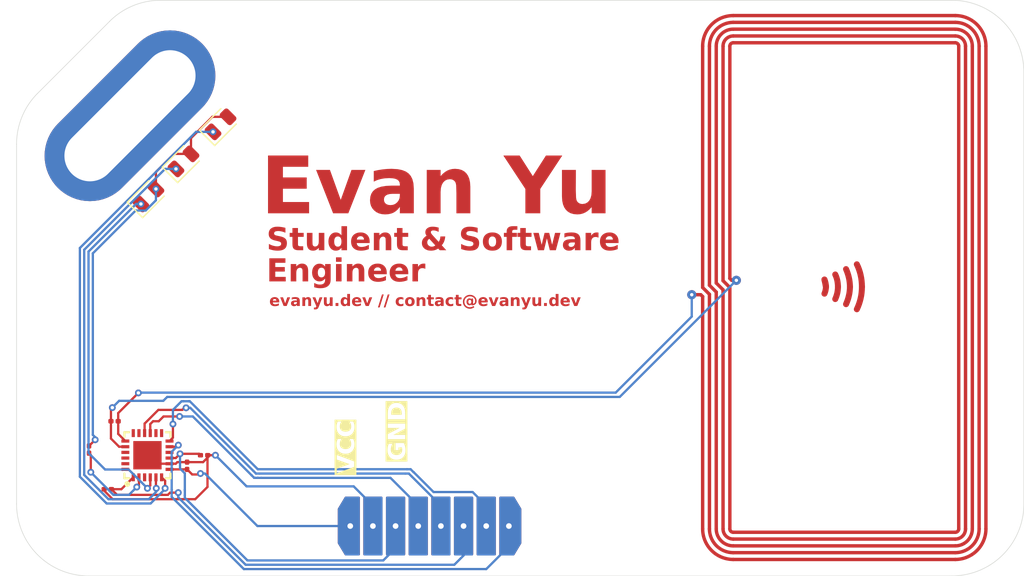
<source format=kicad_pcb>
(kicad_pcb (version 20241229) (generator "pcbnew") (generator_version "9.0")
  (layers (0 "F.Cu" signal) (2 "B.Cu" signal) (13 "F.Paste" user) (15 "B.Paste" user) (5 "F.SilkS" user "F.Silkscreen") (7 "B.SilkS" user "B.Silkscreen") (1 "F.Mask" user) (3 "B.Mask" user) (25 "Edge.Cuts" user))
  (net 0 "")
  (net 1 "GND")
  (net 2 "Net-(U2-LA)")
  (net 3 "Net-(U2-LB)")
  (net 4 "VCC")
  (net 5 "/RESET")
  (net 6 "/WAKE")
  (net 7 "/LEDC3")
  (net 13 "/SWDIO")
  (net 15 "/LEDC1")
  (net 18 "/LEDC2")
  (net 19 "/LEDR1")
  (net 20 "/SCL")
  (net 23 "/SDA")
  (net 24 "/SWCLK")
  (net 25 "Net-(D1-A)")
  (footprint "LED_SMD:LED_0805_2012Metric" (layer "F.Cu") (at 122.680679 84.06932 45)
    (property "Reference" "D2" (hide yes))
    (property "Value" "LED")
    (fp_line (start -1.684999 -0.96) (end -1.684999 0.96) (stroke (width 0.12)) (layer "F.SilkS"))
    (fp_line (start -1.684999 0.96) (end 1 0.96) (stroke (width 0.12)) (layer "F.SilkS"))
    (fp_line (start 1 -0.96) (end -1.684999 -0.96) (stroke (width 0.12)) (layer "F.SilkS"))
    (pad "1" smd roundrect (at -0.937501 0 45) (size 0.975 1.4) (layers "F.Cu" "F.Mask" "F.Paste") (net 18 "/LEDC2"))
    (pad "2" smd roundrect (at 0.937501 0 45) (size 0.975 1.4) (layers "F.Cu" "F.Mask" "F.Paste") (net 25 "Net-(D1-A)"))
  )
  (footprint "Capacitor_SMD:C_0201_0603Metric" (layer "F.Cu") (at 116.6 107)
    (property "Reference" "C1" (hide yes))
    (property "Value" "1.2pF" (hide yes))
    (pad "1" smd roundrect (at -0.32 0) (size 0.46 0.4) (layers "F.Cu" "F.Mask") (net 2 "Net-(U2-LA)"))
    (pad "2" smd roundrect (at 0.32 0) (size 0.46 0.4) (layers "F.Cu" "F.Mask") (net 3 "Net-(U2-LB)"))
  )
  (footprint "LED_SMD:LED_0805_2012Metric" (layer "F.Cu") (at 125.951048 80.798951 45)
    (property "Reference" "D3" (hide yes))
    (property "Value" "LED")
    (fp_line (start -1.684999 -0.96) (end -1.684999 0.96) (stroke (width 0.12)) (layer "F.SilkS"))
    (fp_line (start -1.684999 0.96) (end 1 0.96) (stroke (width 0.12)) (layer "F.SilkS"))
    (fp_line (start 1 -0.96) (end -1.684999 -0.96) (stroke (width 0.12)) (layer "F.SilkS"))
    (pad "1" smd roundrect (at -0.937501 0 45) (size 0.975 1.4) (layers "F.Cu" "F.Mask" "F.Paste") (net 7 "/LEDC3"))
    (pad "2" smd roundrect (at 0.937501 0 45) (size 0.975 1.4) (layers "F.Cu" "F.Mask" "F.Paste") (net 25 "Net-(D1-A)"))
  )
  (footprint "Capacitor_SMD:C_0201_0603Metric" (layer "F.Cu") (at 116 113 180)
    (property "Reference" "C4" (hide yes))
    (property "Value" "100nF")
    (pad "1" smd roundrect (at -0.32 0 180) (size 0.46 0.4) (layers "F.Cu" "F.Mask") (net 6 "/WAKE"))
    (pad "2" smd roundrect (at 0.32 0 180) (size 0.46 0.4) (layers "F.Cu" "F.Mask") (net 1 "GND"))
  )
  (footprint "Library:25X48MM_NFC_EXPOSED_ANTENNA" (layer "F.Cu") (at 181 95.2 90)
    (property "Reference" "L1" (hide yes))
    (property "Value" "~")
    (fp_line (start -0.635 -13.462) (end -0.635 -13.335) (stroke (width 0.3)) (layer "F.Cu"))
    (fp_line (start -0.635 -13.335) (end -0.635 -12.6649) (stroke (width 0.3)) (layer "F.Cu"))
    (fp_line (start -0.635 -12.6649) (end -0.8001 -12.5001) (stroke (width 0.3)) (layer "F.Cu"))
    (fp_line (start 0 -12.5001) (end 21.2999 -12.5001) (stroke (width 0.3)) (layer "F.Cu"))
    (fp_line (start -0.8001 -12.5001) (end -21.2999 -12.5001) (stroke (width 0.3)) (layer "F.Cu"))
    (fp_line (start 0.1999 -11.8999) (end 21.2999 -11.8999) (stroke (width 0.3)) (layer "F.Cu"))
    (fp_line (start -0.5999 -11.8999) (end 0 -12.5001) (stroke (width 0.3)) (layer "F.Cu"))
    (fp_line (start -21.2999 -11.8999) (end -0.5999 -11.8999) (stroke (width 0.3)) (layer "F.Cu"))
    (fp_line (start 0.4 -11.3) (end 21.2999 -11.3) (stroke (width 0.3)) (layer "F.Cu"))
    (fp_line (start -0.4 -11.3) (end 0.1999 -11.8999) (stroke (width 0.3)) (layer "F.Cu"))
    (fp_line (start -21.2999 -11.3) (end -0.4 -11.3) (stroke (width 0.3)) (layer "F.Cu"))
    (fp_line (start 0.5999 -10.7) (end 21.2999 -10.7) (stroke (width 0.3)) (layer "F.Cu"))
    (fp_line (start -0.1999 -10.7) (end 0.4 -11.3) (stroke (width 0.3)) (layer "F.Cu"))
    (fp_line (start -21.2999 -10.7) (end -0.1999 -10.7) (stroke (width 0.3)) (layer "F.Cu"))
    (fp_line (start 21.2999 -10.1001) (end 0.8001 -10.1001) (stroke (width 0.3)) (layer "F.Cu"))
    (fp_line (start 0.8001 -10.1001) (end 0.635 -9.935) (stroke (width 0.3)) (layer "F.Cu"))
    (fp_line (start 0 -10.1001) (end 0.5999 -10.7) (stroke (width 0.3)) (layer "F.Cu"))
    (fp_line (start -21.2999 -10.1001) (end 0 -10.1001) (stroke (width 0.3)) (layer "F.Cu"))
    (fp_line (start 0.635 -9.935) (end 0.635 -9.525) (stroke (width 0.3)) (layer "F.Cu"))
    (fp_line (start 24 -9.8001) (end 24 9.8001) (stroke (width 0.3)) (layer "F.Cu"))
    (fp_line (start 23.4 -9.8001) (end 23.4 9.8001) (stroke (width 0.3)) (layer "F.Cu"))
    (fp_line (start 22.8001 -9.8001) (end 22.8001 9.8001) (stroke (width 0.3)) (layer "F.Cu"))
    (fp_line (start 22.1999 -9.8001) (end 22.1999 9.8001) (stroke (width 0.3)) (layer "F.Cu"))
    (fp_line (start 21.5999 -9.8001) (end 21.5999 9.8001) (stroke (width 0.3)) (layer "F.Cu"))
    (fp_line (start -21.5999 -9.8001) (end -21.5999 9.8001) (stroke (width 0.3)) (layer "F.Cu"))
    (fp_line (start -22.1999 -9.8001) (end -22.1999 9.8001) (stroke (width 0.3)) (layer "F.Cu"))
    (fp_line (start -22.8001 -9.8001) (end -22.8001 9.8001) (stroke (width 0.3)) (layer "F.Cu"))
    (fp_line (start -23.4 -9.8001) (end -23.4 9.8001) (stroke (width 0.3)) (layer "F.Cu"))
    (fp_line (start -24 -9.8001) (end -24 9.8001) (stroke (width 0.3)) (layer "F.Cu"))
    (fp_line (start -21.2999 10.1001) (end 21.2999 10.1001) (stroke (width 0.3)) (layer "F.Cu"))
    (fp_line (start -21.2999 10.7) (end 21.2999 10.7) (stroke (width 0.3)) (layer "F.Cu"))
    (fp_line (start -21.2999 11.3) (end 21.2999 11.3) (stroke (width 0.3)) (layer "F.Cu"))
    (fp_line (start -21.2999 11.8999) (end 21.2999 11.8999) (stroke (width 0.3)) (layer "F.Cu"))
    (fp_line (start -21.2999 12.4998) (end 21.2999 12.4998) (stroke (width 0.3)) (layer "F.Cu"))
    (fp_arc (start 21.2999 -12.5001) (mid 23.209088 -11.709288) (end 24 -9.8001) (stroke (width 0.3)) (layer "F.Cu"))
    (fp_arc (start 21.2999 -11.8999) (mid 22.784789 -11.284901) (end 23.4 -9.8001) (stroke (width 0.3)) (layer "F.Cu"))
    (fp_arc (start 21.2999 -11.3) (mid 22.360683 -10.860796) (end 22.8001 -9.8001) (stroke (width 0.3)) (layer "F.Cu"))
    (fp_arc (start 21.2999 -10.7) (mid 21.936225 -10.436425) (end 22.1999 -9.8001) (stroke (width 0.3)) (layer "F.Cu"))
    (fp_arc (start 21.2999 -10.1001) (mid 21.512032 -10.012232) (end 21.5999 -9.8001) (stroke (width 0.3)) (layer "F.Cu"))
    (fp_arc (start -21.5999 -9.8001) (mid -21.512032 -10.012232) (end -21.2999 -10.1001) (stroke (width 0.3)) (layer "F.Cu"))
    (fp_arc (start -22.1999 -9.8001) (mid -21.936296 -10.436496) (end -21.2999 -10.7) (stroke (width 0.3)) (layer "F.Cu"))
    (fp_arc (start -22.8001 -9.8001) (mid -22.360683 -10.860796) (end -21.2999 -11.3) (stroke (width 0.3)) (layer "F.Cu"))
    (fp_arc (start -23.4 -9.8001) (mid -22.784789 -11.284901) (end -21.2999 -11.8999) (stroke (width 0.3)) (layer "F.Cu"))
    (fp_arc (start -24 -9.8001) (mid -23.209159 -11.709359) (end -21.2999 -12.5001) (stroke (width 0.3)) (layer "F.Cu"))
    (fp_arc (start 24 9.8001) (mid 23.209159 11.709359) (end 21.2999 12.5001) (stroke (width 0.3)) (layer "F.Cu"))
    (fp_arc (start 23.4 9.8001) (mid 22.784789 11.284901) (end 21.2999 11.8999) (stroke (width 0.3)) (layer "F.Cu"))
    (fp_arc (start 22.8001 9.8001) (mid 22.360683 10.860796) (end 21.2999 11.3) (stroke (width 0.3)) (layer "F.Cu"))
    (fp_arc (start 22.1999 9.8001) (mid 21.936296 10.436496) (end 21.2999 10.7) (stroke (width 0.3)) (layer "F.Cu"))
    (fp_arc (start 21.5999 9.8001) (mid 21.512032 10.012232) (end 21.2999 10.1001) (stroke (width 0.3)) (layer "F.Cu"))
    (fp_arc (start -21.2999 10.1001) (mid -21.512032 10.012232) (end -21.5999 9.8001) (stroke (width 0.3)) (layer "F.Cu"))
    (fp_arc (start -21.2999 10.7) (mid -21.936225 10.436425) (end -22.1999 9.8001) (stroke (width 0.3)) (layer "F.Cu"))
    (fp_arc (start -21.2999 11.3) (mid -22.360683 10.860796) (end -22.8001 9.8001) (stroke (width 0.3)) (layer "F.Cu"))
    (fp_arc (start -21.2999 11.8999) (mid -22.784789 11.284901) (end -23.4 9.8001) (stroke (width 0.3)) (layer "F.Cu"))
    (fp_arc (start -21.2999 12.5001) (mid -23.209088 11.709288) (end -24 9.8001) (stroke (width 0.3)) (layer "F.Cu"))
    (pad "1" thru_hole oval (at 0.635 -9.525 90) (size 0.808 0.808) (drill oval 0.3005 0.3002) (layers "*.Cu") (net 2 "Net-(U2-LA)"))
    (pad "2" thru_hole oval (at -0.635 -13.462 90) (size 0.808 0.808) (drill oval 0.3005 0.3002) (layers "*.Cu") (net 3 "Net-(U2-LB)"))
  )
  (footprint "Library:HoldingHole" (layer "F.Cu") (at 124.5 73.5 135)
    (property "Reference" "REF**" (hide yes))
    (property "Value" "HoldingHole")
    (pad "" np_thru_hole roundrect (at 0 -9.25 225) (size 18 8) (drill oval 14.5 4.5) (layers "*.Cu" "*.Mask") (roundrect_rratio 0.5))
  )
  (footprint "Capacitor_SMD:C_0201_0603Metric" (layer "F.Cu") (at 124.5 110)
    (property "Reference" "C3" (hide yes))
    (property "Value" "100nF")
    (pad "1" smd roundrect (at -0.32 0) (size 0.46 0.4) (layers "F.Cu" "F.Mask") (net 5 "/RESET"))
    (pad "2" smd roundrect (at 0.32 0) (size 0.46 0.4) (layers "F.Cu" "F.Mask") (net 1 "GND"))
  )
  (footprint "LED_SMD:LED_0805_2012Metric" (layer "F.Cu") (at 119.587087 87.162913 45)
    (property "Reference" "D1" (hide yes))
    (property "Value" "LED")
    (fp_line (start -1.684999 -0.96) (end -1.684999 0.96) (stroke (width 0.12)) (layer "F.SilkS"))
    (fp_line (start -1.684999 0.96) (end 1 0.96) (stroke (width 0.12)) (layer "F.SilkS"))
    (fp_line (start 1 -0.96) (end -1.684999 -0.96) (stroke (width 0.12)) (layer "F.SilkS"))
    (pad "1" smd roundrect (at -0.937501 0 45) (size 0.975 1.4) (layers "F.Cu" "F.Mask" "F.Paste") (net 15 "/LEDC1"))
    (pad "2" smd roundrect (at 0.937501 0 45) (size 0.975 1.4) (layers "F.Cu" "F.Mask" "F.Paste") (net 25 "Net-(D1-A)"))
  )
  (footprint "Library:Name_1" (layer "F.Cu") (at 129.5 89.5)
    (property "Reference" "REF**" (hide yes))
    (property "Value" "Name_1" (hide yes))
    (fp_text user "Evan Yu" (at 0 0 0) (layer "F.Cu") (effects (font (size 5 5) (thickness 1.25) (bold yes)) (justify left bottom)))
  )
  (footprint "Library:Wireless_icon" (layer "F.Cu") (at 181 95)
    (property "Reference" "REF**" (hide yes))
    (property "Value" "Wireless_icon" (hide yes))
    (fp_line (start -1.75 -0.5) (end -1.617708 0.134989) (stroke (width 0.529166)) (layer "F.Cu"))
    (fp_curve (pts (xy -1.75 0.743531) (xy -1.670625 0.558322) (xy -1.617708 0.346656) (xy -1.617708 0.134989)) (stroke (width 0.529166)) (layer "F.Cu"))
    (fp_curve (pts (xy -1.617708 0.134989) (xy -1.617708 -0.076677) (xy -1.670625 -0.314803) (xy -1.75 -0.5)) (stroke (width 0.529166)) (layer "F.Cu"))
    (fp_curve (pts (xy -0.797474 1.219728) (xy -0.638723 0.87577) (xy -0.559348 0.505353) (xy -0.559348 0.134936)) (stroke (width 0.529166)) (layer "F.Cu"))
    (fp_curve (pts (xy -0.559348 0.134936) (xy -0.559348 -0.23548) (xy -0.638723 -0.632342) (xy -0.797474 -0.949842)) (stroke (width 0.529166)) (layer "F.Cu"))
    (fp_curve (pts (xy 0.155 1.669573) (xy 0.366667 1.193322) (xy 0.498958 0.664156) (xy 0.498958 0.134989)) (stroke (width 0.529166)) (layer "F.Cu"))
    (fp_curve (pts (xy 0.498958 0.134989) (xy 0.498958 -0.394177) (xy 0.366667 -0.949792) (xy 0.155 -1.426042)) (stroke (width 0.529166)) (layer "F.Cu"))
    (fp_curve (pts (xy 1.1075 2.119337) (xy 1.398541 1.510795) (xy 1.557292 0.849337) (xy 1.557292 0.134963)) (stroke (width 0.529166)) (layer "F.Cu"))
    (fp_curve (pts (xy 1.557292 0.134963) (xy 1.557292 -0.579402) (xy 1.398541 -1.267318) (xy 1.1075 -1.849402)) (stroke (width 0.529166)) (layer "F.Cu"))
  )
  (footprint "Library:8-Pin-Pads" (layer "F.Cu") (at 144.3992 116)
    (property "Reference" "J1" (hide yes))
    (property "Value" "Conn_01x08_Pin")
    (pad "1" thru_hole custom (at -7 0.25) (size 1 1) (drill 0.5 (offset 0 -0.25)) (property pad_prop_testpoint) (layers "*.Cu" "*.Mask") (net 4 "VCC") (options (clearance outline) (anchor circle)) (primitives (gr_poly (pts (xy 0.75 -2.25) (xy -0.4 -2.25) (xy -1 -1.25) (xy -1 1.75) (xy -0.4 2.75) (xy 0.75 2.75)) (width 0.2) (fill yes))))
    (pad "2" thru_hole custom (at -5 0.25) (size 1 1) (drill 0.5 (offset 0 -0.25)) (property pad_prop_testpoint) (layers "*.Cu" "*.Mask") (net 1 "GND") (options (clearance outline) (anchor circle)) (primitives (gr_poly (pts (xy -0.75 -2.25) (xy -0.75 2.75) (xy 0.75 2.75) (xy 0.75 -2.25)) (width 0.2) (fill yes))))
    (pad "3" thru_hole custom (at -3 0.25) (size 1 1) (drill 0.5 (offset 0 -0.25)) (property pad_prop_testpoint) (layers "*.Cu" "*.Mask") (net 5 "/RESET") (options (clearance outline) (anchor circle)) (primitives (gr_poly (pts (xy -0.75 -2.25) (xy -0.75 2.75) (xy 0.75 2.75) (xy 0.75 -2.25)) (width 0.2) (fill yes))))
    (pad "4" thru_hole custom (at -1 0.25) (size 1 1) (drill 0.5 (offset 0 -0.25)) (property pad_prop_testpoint) (layers "*.Cu" "*.Mask") (net 24 "/SWCLK") (options (clearance outline) (anchor circle)) (primitives (gr_poly (pts (xy -0.75 -2.25) (xy -0.75 2.75) (xy 0.75 2.75) (xy 0.75 -2.25)) (width 0.2) (fill yes))))
    (pad "5" thru_hole custom (at 1 0.25) (size 1 1) (drill 0.5 (offset 0 -0.25)) (property pad_prop_testpoint) (layers "*.Cu" "*.Mask") (net 13 "/SWDIO") (options (clearance outline) (anchor circle)) (primitives (gr_poly (pts (xy -0.75 -2.25) (xy -0.75 2.75) (xy 0.75 2.75) (xy 0.75 -2.25)) (width 0.2) (fill yes))))
    (pad "6" thru_hole custom (at 3 0.25) (size 1 1) (drill 0.5 (offset 0 -0.25)) (property pad_prop_testpoint) (layers "*.Cu" "*.Mask") (net 6 "/WAKE") (options (clearance outline) (anchor circle)) (primitives (gr_poly (pts (xy -0.75 -2.25) (xy -0.75 2.75) (xy 0.75 2.75) (xy 0.75 -2.25)) (width 0.2) (fill yes))))
    (pad "7" thru_hole custom (at 5 0.25) (size 1 1) (drill 0.5 (offset 0 -0.25)) (property pad_prop_testpoint) (layers "*.Cu" "*.Mask") (net 23 "/SDA") (options (clearance outline) (anchor circle)) (primitives (gr_poly (pts (xy -0.75 -2.25) (xy -0.75 2.75) (xy 0.75 2.75) (xy 0.75 -2.25)) (width 0.2) (fill yes))))
    (pad "8" thru_hole custom (at 7 0.25 180) (size 1 1) (drill 0.5 (offset 0 -0.25)) (property pad_prop_testpoint) (layers "*.Cu" "*.Mask") (net 20 "/SCL") (options (clearance outline) (anchor circle)) (primitives (gr_poly (pts (xy 0.75 -2.25) (xy -0.4 -2.25) (xy -1 -1.25) (xy -1 1.75) (xy -0.4 2.75) (xy 0.75 2.75)) (width 0.2) (fill yes))))
  )
  (footprint "Capacitor_SMD:C_0201_0603Metric" (layer "F.Cu") (at 123 110.93 90)
    (property "Reference" "C2" (hide yes))
    (property "Value" "100nF")
    (pad "1" smd roundrect (at -0.32 0 90) (size 0.46 0.4) (layers "F.Cu" "F.Mask") (net 4 "VCC"))
    (pad "2" smd roundrect (at 0.32 0 90) (size 0.46 0.4) (layers "F.Cu" "F.Mask") (net 1 "GND"))
  )
  (footprint "Library:Position" (layer "F.Cu") (at 130 96.5)
    (property "Reference" "REF**" (hide yes))
    (property "Value" "Position" (hide yes))
    (fp_text user "Student & Software" (at 0 -4.25 0) (layer "F.Cu") (effects (font (size 2 2) (thickness 0.25) (bold yes)) (justify left bottom)))
    (fp_text user "Engineer" (at 0 -1.5 0) (layer "F.Cu") (effects (font (size 2 2) (thickness 0.25) (bold yes)) (justify left bottom)))
  )
  (footprint "Resistor_SMD:R_0201_0603Metric" (layer "F.Cu") (at 114.345 109.5 90)
    (property "Reference" "R1" (hide yes))
    (property "Value" "R")
    (pad "1" smd roundrect (at -0.32 0 90) (size 0.46 0.4) (layers "F.Cu" "F.Mask") (net 19 "/LEDR1"))
    (pad "2" smd roundrect (at 0.32 0 90) (size 0.46 0.4) (layers "F.Cu" "F.Mask") (net 25 "Net-(D1-A)"))
  )
  (footprint "Library:Contact" (layer "F.Cu") (at 130.25 97)
    (property "Reference" "REF**" (hide yes))
    (property "Value" "Contact")
    (fp_text user "evanyu.dev // contact@evanyu.dev" (at 0 0 0) (layer "F.Cu") (effects (font (thickness 0.1875) (bold yes)) (justify left bottom)))
  )
  (footprint "Library:NXP LPC8N04FHI24E" (layer "F.Cu") (at 119.5 110)
    (property "Reference" "U2" (hide yes))
    (property "Value" "~" (hide yes))
    (fp_line (start -2.032 -2.032) (end -1.621 -2.032) (stroke (width 0.2)) (layer "F.SilkS"))
    (fp_line (start -2.032 -1.621) (end -2.032 -2.032) (stroke (width 0.2)) (layer "F.SilkS"))
    (fp_line (start -2.032 2.032) (end -2.032 1.621) (stroke (width 0.2)) (layer "F.SilkS"))
    (fp_line (start -1.621 2.032) (end -2.032 2.032) (stroke (width 0.2)) (layer "F.SilkS"))
    (fp_line (start 1.621 -2.032) (end 2.032 -2.032) (stroke (width 0.2)) (layer "F.SilkS"))
    (fp_line (start 2.032 -2.032) (end 2.032 -1.621) (stroke (width 0.2)) (layer "F.SilkS"))
    (fp_line (start 2.032 1.621) (end 2.032 2.032) (stroke (width 0.2)) (layer "F.SilkS"))
    (fp_line (start 2.032 2.032) (end 1.621 2.032) (stroke (width 0.2)) (layer "F.SilkS"))
    (fp_circle (center -1.778 2.54) (end -1.651 2.54) (stroke (width 0.254)) (fill no) (layer "F.SilkS"))
    (pad "1" smd rect (at -1.25 1.95 180) (size 0.28 0.7) (layers "F.Cu" "F.Mask" "F.Paste") (net 6 "/WAKE"))
    (pad "2" smd rect (at -0.75 1.95 180) (size 0.28 0.7) (layers "F.Cu" "F.Mask" "F.Paste") (net 19 "/LEDR1"))
    (pad "3" smd rect (at -0.25 1.95 180) (size 0.28 0.7) (layers "F.Cu" "F.Mask" "F.Paste"))
    (pad "4" smd rect (at 0.25 1.95 180) (size 0.28 0.7) (layers "F.Cu" "F.Mask" "F.Paste") (net 15 "/LEDC1"))
    (pad "5" smd rect (at 0.75 1.95 180) (size 0.28 0.7) (layers "F.Cu" "F.Mask" "F.Paste") (net 18 "/LEDC2"))
    (pad "6" smd rect (at 1.25 1.95 180) (size 0.28 0.7) (layers "F.Cu" "F.Mask" "F.Paste") (net 7 "/LEDC3"))
    (pad "7" smd rect (at 1.95 1.25 270) (size 0.28 0.7) (layers "F.Cu" "F.Mask" "F.Paste") (net 4 "VCC"))
    (pad "8" smd rect (at 1.95 0.75 270) (size 0.28 0.7) (layers "F.Cu" "F.Mask" "F.Paste") (net 1 "GND"))
    (pad "9" smd rect (at 1.95 0.25 270) (size 0.28 0.7) (layers "F.Cu" "F.Mask" "F.Paste") (net 5 "/RESET"))
    (pad "10" smd rect (at 1.95 -0.25 270) (size 0.28 0.7) (layers "F.Cu" "F.Mask" "F.Paste"))
    (pad "11" smd rect (at 1.95 -0.75 270) (size 0.28 0.7) (layers "F.Cu" "F.Mask" "F.Paste") (net 20 "/SCL"))
    (pad "12" smd rect (at 1.95 -1.25 270) (size 0.28 0.7) (layers "F.Cu" "F.Mask" "F.Paste") (net 23 "/SDA"))
    (pad "13" smd rect (at 1.25 -1.95) (size 0.28 0.7) (layers "F.Cu" "F.Mask" "F.Paste"))
    (pad "14" smd rect (at 0.75 -1.95) (size 0.28 0.7) (layers "F.Cu" "F.Mask" "F.Paste"))
    (pad "15" smd rect (at 0.25 -1.95) (size 0.28 0.7) (layers "F.Cu" "F.Mask" "F.Paste") (net 24 "/SWCLK"))
    (pad "16" smd rect (at -0.25 -1.95) (size 0.28 0.7) (layers "F.Cu" "F.Mask" "F.Paste") (net 13 "/SWDIO"))
    (pad "17" smd rect (at -0.75 -1.95) (size 0.28 0.7) (layers "F.Cu" "F.Mask" "F.Paste"))
    (pad "18" smd rect (at -1.25 -1.95) (size 0.28 0.7) (layers "F.Cu" "F.Mask" "F.Paste"))
    (pad "19" smd rect (at -1.95 -1.25 90) (size 0.28 0.7) (layers "F.Cu" "F.Mask" "F.Paste") (net 3 "Net-(U2-LB)"))
    (pad "20" smd rect (at -1.95 -0.75 90) (size 0.28 0.7) (layers "F.Cu" "F.Mask" "F.Paste") (net 2 "Net-(U2-LA)"))
    (pad "21" smd rect (at -1.95 -0.25 90) (size 0.28 0.7) (layers "F.Cu" "F.Mask" "F.Paste"))
    (pad "22" smd rect (at -1.95 0.25 90) (size 0.28 0.7) (layers "F.Cu" "F.Mask" "F.Paste"))
    (pad "23" smd rect (at -1.95 0.75 90) (size 0.28 0.7) (layers "F.Cu" "F.Mask" "F.Paste"))
    (pad "24" smd rect (at -1.95 1.25 90) (size 0.28 0.7) (layers "F.Cu" "F.Mask" "F.Paste"))
    (pad "25" smd rect (at 0 0 90) (size 2.5 2.5) (layers "F.Cu" "F.Mask" "F.Paste") (net 1 "GND"))
  )
  (gr_arc (start 114.3 120.65) (mid 109.809872 118.790128) (end 107.95 114.3) (stroke (width 0.05)) (layer "Edge.Cuts"))
  (gr_line (start 114.3 120.65) (end 190.5 120.65) (stroke (width 0.05)) (layer "Edge.Cuts"))
  (gr_arc (start 196.85 114.3) (mid 194.990128 118.790128) (end 190.5 120.65) (stroke (width 0.05)) (layer "Edge.Cuts"))
  (gr_line (start 120.65 69.85) (end 190.5 69.85) (stroke (width 0.05)) (layer "Edge.Cuts"))
  (gr_line (start 196.85 114.3) (end 196.85 76.2) (stroke (width 0.05)) (layer "Edge.Cuts"))
  (gr_line (start 109.809872 78.059872) (end 116.159872 71.709872) (stroke (width 0.05)) (layer "Edge.Cuts"))
  (gr_arc (start 116.159872 71.709872) (mid 118.21996 70.333365) (end 120.65 69.85) (stroke (width 0.05)) (layer "Edge.Cuts"))
  (gr_arc (start 107.95 82.55) (mid 108.433365 80.11996) (end 109.809872 78.059872) (stroke (width 0.05)) (layer "Edge.Cuts"))
  (gr_line (start 107.95 82.55) (end 107.95 114.3) (stroke (width 0.05)) (layer "Edge.Cuts"))
  (gr_arc (start 190.5 69.85) (mid 194.990128 71.709872) (end 196.85 76.2) (stroke (width 0.05)) (layer "Edge.Cuts"))
  (gr_text "GND" (at 142.5 110.5 90) (layer "F.SilkS" knockout) (effects (font (size 1.5 1.5) (thickness 0.3) (bold yes)) (justify left bottom)))
  (gr_text "VCC" (at 138 111.6 90) (layer "F.SilkS" knockout) (effects (font (size 1.5 1.5) (thickness 0.3) (bold yes)) (justify left bottom)))
  (segment (start 124.82 110) (end 124.8 110.02) (width 0.2) (layer "F.Cu") (net 1))
  (segment (start 115.68 113.131586) (end 115.68 113) (width 0.2) (layer "F.Cu") (net 1))
  (segment (start 124.8 112.8) (end 123.718 113.882) (width 0.2) (layer "F.Cu") (net 1))
  (segment (start 123.718 113.882) (end 116.430414 113.882) (width 0.2) (layer "F.Cu") (net 1))
  (segment (start 124.8 110.02) (end 124.8 112.8) (width 0.2) (layer "F.Cu") (net 1))
  (segment (start 124.409999 110.61) (end 124.82 110.199999) (width 0.2) (layer "F.Cu") (net 1))
  (segment (start 125.5 110) (end 124.82 110) (width 0.2) (layer "F.Cu") (net 1))
  (segment (start 123 110.61) (end 124.409999 110.61) (width 0.2) (layer "F.Cu") (net 1))
  (segment (start 121.45 110.75) (end 122 110.75) (width 0.2) (layer "F.Cu") (net 1))
  (segment (start 124.82 110.199999) (end 124.82 110) (width 0.2) (layer "F.Cu") (net 1))
  (segment (start 122.14 110.61) (end 123 110.61) (width 0.2) (layer "F.Cu") (net 1))
  (segment (start 120.25 110.75) (end 121.45 110.75) (width 0.2) (layer "F.Cu") (net 1))
  (segment (start 122 110.75) (end 122.14 110.61) (width 0.2) (layer "F.Cu") (net 1))
  (segment (start 116.430414 113.882) (end 115.68 113.131586) (width 0.2) (layer "F.Cu") (net 1))
  (segment (start 119.5 110) (end 120.25 110.75) (width 0.2) (layer "F.Cu") (net 1))
  (via (at 125.5 110) (size 0.6) (drill 0.3) (layers "F.Cu" "B.Cu") (net 1))
  (segment (start 139.3992 116.25) (end 139.3992 114.448956) (width 0.2) (layer "B.Cu") (net 1))
  (segment (start 137.700244 112.75) (end 128.25 112.75) (width 0.2) (layer "B.Cu") (net 1))
  (segment (start 128.25 112.75) (end 125.5 110) (width 0.2) (layer "B.Cu") (net 1))
  (segment (start 139.3992 114.448956) (end 137.700244 112.75) (width 0.2) (layer "B.Cu") (net 1))
  (segment (start 116.4 105.8) (end 116.28 105.92) (width 0.2) (layer "F.Cu") (net 2))
  (segment (start 116.28 105.92) (end 116.28 107) (width 0.2) (layer "F.Cu") (net 2))
  (segment (start 117.55 109.25) (end 116.998 109.25) (width 0.2) (layer "F.Cu") (net 2))
  (segment (start 116.998 109.25) (end 116.28 108.532) (width 0.2) (layer "F.Cu") (net 2))
  (segment (start 116.28 108.532) (end 116.28 107) (width 0.2) (layer "F.Cu") (net 2))
  (via (at 116.4 105.8) (size 0.6) (drill 0.3) (layers "F.Cu" "B.Cu") (net 2))
  (segment (start 161.183 104.857) (end 171.475 94.565) (width 0.2) (layer "B.Cu") (net 2))
  (segment (start 120.9 105.2) (end 121.243 104.857) (width 0.2) (layer "B.Cu") (net 2))
  (segment (start 117 105.2) (end 120.9 105.2) (width 0.2) (layer "B.Cu") (net 2))
  (segment (start 121.243 104.857) (end 161.183 104.857) (width 0.2) (layer "B.Cu") (net 2))
  (segment (start 116.4 105.8) (end 117 105.2) (width 0.2) (layer "B.Cu") (net 2))
  (segment (start 118.7 104.5) (end 116.92 106.28) (width 0.2) (layer "F.Cu") (net 3))
  (segment (start 117.55 108.75) (end 116.92 108.12) (width 0.2) (layer "F.Cu") (net 3))
  (segment (start 116.92 108.12) (end 116.92 107) (width 0.2) (layer "F.Cu") (net 3))
  (segment (start 116.92 106.28) (end 116.92 107) (width 0.2) (layer "F.Cu") (net 3))
  (via (at 118.7 104.5) (size 0.6) (drill 0.3) (layers "F.Cu" "B.Cu") (net 3))
  (segment (start 118.724 104.476) (end 160.824 104.476) (width 0.2) (layer "B.Cu") (net 3))
  (segment (start 167.538 97.762) (end 167.538 95.835) (width 0.2) (layer "B.Cu") (net 3))
  (segment (start 118.7 104.5) (end 118.724 104.476) (width 0.2) (layer "B.Cu") (net 3))
  (segment (start 160.824 104.476) (end 167.538 97.762) (width 0.2) (layer "B.Cu") (net 3))
  (segment (start 123.45 111.7) (end 123 111.25) (width 0.2) (layer "F.Cu") (net 4))
  (segment (start 121.45 111.25) (end 123 111.25) (width 0.2) (layer "F.Cu") (net 4))
  (segment (start 124.092056 111.7) (end 123.45 111.7) (width 0.2) (layer "F.Cu") (net 4))
  (segment (start 124.178149 111.613907) (end 124.092056 111.7) (width 0.2) (layer "F.Cu") (net 4))
  (via (at 124.178149 111.613907) (size 0.6) (drill 0.3) (layers "F.Cu" "B.Cu") (net 4))
  (segment (start 129.205752 116.25) (end 137.3992 116.25) (width 0.2) (layer "B.Cu") (net 4))
  (segment (start 124.569659 111.613907) (end 129.205752 116.25) (width 0.2) (layer "B.Cu") (net 4))
  (segment (start 124.178149 111.613907) (end 124.569659 111.613907) (width 0.2) (layer "B.Cu") (net 4))
  (segment (start 122.376 109.876) (end 124.056 109.876) (width 0.2) (layer "F.Cu") (net 5))
  (segment (start 122.002 110.25) (end 122.376 109.876) (width 0.2) (layer "F.Cu") (net 5))
  (segment (start 124.056 109.876) (end 124.18 110) (width 0.2) (layer "F.Cu") (net 5))
  (segment (start 121.45 110.25) (end 122.002 110.25) (width 0.2) (layer "F.Cu") (net 5))
  (via (at 122.376 109.876) (size 0.6) (drill 0.3) (layers "F.Cu" "B.Cu") (net 5))
  (segment (start 122.376 109.876) (end 122.376 111.176) (width 0.2) (layer "B.Cu") (net 5))
  (segment (start 122.8 113.544665) (end 122.8 113.761184) (width 0.2) (layer "B.Cu") (net 5))
  (segment (start 128.325816 119.287) (end 140.313 119.287) (width 0.2) (layer "B.Cu") (net 5))
  (segment (start 122.8 111.6) (end 122.8 113.059335) (width 0.2) (layer "B.Cu") (net 5))
  (segment (start 122.802006 113.542659) (end 122.8 113.544665) (width 0.2) (layer "B.Cu") (net 5))
  (segment (start 122.376 111.176) (end 122.8 111.6) (width 0.2) (layer "B.Cu") (net 5))
  (segment (start 140.313 119.287) (end 141.3992 118.2008) (width 0.2) (layer "B.Cu") (net 5))
  (segment (start 141.3992 118.2008) (end 141.3992 116.25) (width 0.2) (layer "B.Cu") (net 5))
  (segment (start 122.8 113.059335) (end 122.802006 113.061341) (width 0.2) (layer "B.Cu") (net 5))
  (segment (start 122.802006 113.061341) (end 122.802006 113.542659) (width 0.2) (layer "B.Cu") (net 5))
  (segment (start 122.8 113.761184) (end 128.325816 119.287) (width 0.2) (layer "B.Cu") (net 5))
  (segment (start 121.499665 113.302) (end 121.300665 113.501) (width 0.2) (layer "F.Cu") (net 6))
  (segment (start 121.300665 113.501) (end 120.819347 113.501) (width 0.2) (layer "F.Cu") (net 6))
  (segment (start 117.2 113) (end 118.25 111.95) (width 0.2) (layer "F.Cu") (net 6))
  (segment (start 116.82 113.5) (end 116.32 113) (width 0.2) (layer "F.Cu") (net 6))
  (segment (start 120.819347 113.501) (end 120.818347 113.5) (width 0.2) (layer "F.Cu") (net 6))
  (segment (start 122.221006 113.302) (end 121.499665 113.302) (width 0.2) (layer "F.Cu") (net 6))
  (segment (start 120.818347 113.5) (end 116.82 113.5) (width 0.2) (layer "F.Cu") (net 6))
  (segment (start 116.32 113) (end 117.2 113) (width 0.2) (layer "F.Cu") (net 6))
  (via (at 122.221006 113.302) (size 0.6) (drill 0.3) (layers "F.Cu" "B.Cu") (net 6))
  (segment (start 147.3992 118.8508) (end 147.3992 116.25) (width 0.2) (layer "B.Cu") (net 6))
  (segment (start 128.168 119.668) (end 146.582 119.668) (width 0.2) (layer "B.Cu") (net 6))
  (segment (start 122.221006 113.302) (end 122.221006 113.721006) (width 0.2) (layer "B.Cu") (net 6))
  (segment (start 146.582 119.668) (end 147.3992 118.8508) (width 0.2) (layer "B.Cu") (net 6))
  (segment (start 122.221006 113.721006) (end 128.168 119.668) (width 0.2) (layer "B.Cu") (net 6))
  (segment (start 120.75 111.95) (end 121.060006 112.260006) (width 0.2) (layer "F.Cu") (net 7))
  (segment (start 121.060006 112.260006) (end 121.060006 112.92) (width 0.2) (layer "F.Cu") (net 7))
  (via (at 121.060006 112.92) (size 0.6) (drill 0.3) (layers "F.Cu" "B.Cu") (net 7))
  (via (at 125.288135 81.461864) (size 0.6) (drill 0.3) (layers "F.Cu" "B.Cu") (net 7))
  (segment (start 121.060006 112.978809) (end 119.776815 114.262) (width 0.2) (layer "B.Cu") (net 7))
  (segment (start 123.788135 81.461864) (end 125.288135 81.461864) (width 0.2) (layer "B.Cu") (net 7))
  (segment (start 113.538 91.711999) (end 123.788135 81.461864) (width 0.2) (layer "B.Cu") (net 7))
  (segment (start 119.776815 114.262) (end 115.901525 114.262) (width 0.2) (layer "B.Cu") (net 7))
  (segment (start 113.538 111.898474) (end 113.538 91.711999) (width 0.2) (layer "B.Cu") (net 7))
  (segment (start 121.060006 112.92) (end 121.060006 112.978809) (width 0.2) (layer "B.Cu") (net 7))
  (segment (start 115.901525 114.262) (end 113.538 111.898474) (width 0.2) (layer "B.Cu") (net 7))
  (segment (start 120.461185 106) (end 119.25 107.211185) (width 0.2) (layer "F.Cu") (net 13))
  (segment (start 122.752245 105.818) (end 122.570245 106) (width 0.2) (layer "F.Cu") (net 13))
  (segment (start 122.910122 105.818) (end 122.752245 105.818) (width 0.2) (layer "F.Cu") (net 13))
  (segment (start 119.25 107.211185) (end 119.25 108.05) (width 0.2) (layer "F.Cu") (net 13))
  (segment (start 122.570245 106) (end 120.461185 106) (width 0.2) (layer "F.Cu") (net 13))
  (via (at 122.910122 105.818) (size 0.6) (drill 0.3) (layers "F.Cu" "B.Cu") (net 13))
  (segment (start 122.910122 105.818) (end 123.279184 105.818) (width 0.2) (layer "B.Cu") (net 13))
  (segment (start 142.253613 111.619) (end 142.569243 111.619) (width 0.2) (layer "B.Cu") (net 13))
  (segment (start 129.395816 111.619) (end 142.253613 111.619) (width 0.2) (layer "B.Cu") (net 13))
  (segment (start 129.080184 111.619) (end 129.080185 111.619) (width 0.2) (layer "B.Cu") (net 13))
  (segment (start 145.3992 114.448956) (end 145.3992 116.25) (width 0.2) (layer "B.Cu") (net 13))
  (segment (start 123.279184 105.818) (end 128.857 111.395815) (width 0.2) (layer "B.Cu") (net 13))
  (segment (start 142.569243 111.619) (end 142.831244 111.881) (width 0.2) (layer "B.Cu") (net 13))
  (segment (start 142.831244 111.881) (end 145.3992 114.448956) (width 0.2) (layer "B.Cu") (net 13))
  (segment (start 129.080185 111.619) (end 129.395816 111.619) (width 0.2) (layer "B.Cu") (net 13))
  (segment (start 128.857 111.395815) (end 129.080184 111.619) (width 0.2) (layer "B.Cu") (net 13))
  (segment (start 119.75 111.95) (end 119.75 112.67) (width 0.2) (layer "F.Cu") (net 15))
  (segment (start 119.75 112.67) (end 119.5 112.92) (width 0.2) (layer "F.Cu") (net 15))
  (via (at 118.924174 87.825826) (size 0.6) (drill 0.3) (layers "F.Cu" "B.Cu") (net 15))
  (via (at 119.5 112.92) (size 0.6) (drill 0.3) (layers "F.Cu" "B.Cu") (net 15))
  (segment (start 114.3 109.8) (end 114.3 92.027631) (width 0.2) (layer "B.Cu") (net 15))
  (segment (start 114.3 92.027631) (end 118.501805 87.825826) (width 0.2) (layer "B.Cu") (net 15))
  (segment (start 118.501805 87.825826) (end 118.924174 87.825826) (width 0.2) (layer "B.Cu") (net 15))
  (segment (start 115.759341 111.259341) (end 114.3 109.8) (width 0.2) (layer "B.Cu") (net 15))
  (segment (start 117.839341 111.259341) (end 115.759341 111.259341) (width 0.2) (layer "B.Cu") (net 15))
  (segment (start 119.5 112.92) (end 117.839341 111.259341) (width 0.2) (layer "B.Cu") (net 15))
  (segment (start 120.25 111.95) (end 120.25 112.889997) (width 0.2) (layer "F.Cu") (net 18))
  (segment (start 120.25 112.889997) (end 120.280003 112.92) (width 0.2) (layer "F.Cu") (net 18))
  (via (at 122.017766 84.732233) (size 0.6) (drill 0.3) (layers "F.Cu" "B.Cu") (net 18))
  (via (at 120.280003 112.92) (size 0.6) (drill 0.3) (layers "F.Cu" "B.Cu") (net 18))
  (segment (start 120.280003 112.92) (end 120.280003 113.219997) (width 0.2) (layer "B.Cu") (net 18))
  (segment (start 121.056582 84.732233) (end 122.017766 84.732233) (width 0.2) (layer "B.Cu") (net 18))
  (segment (start 116.059341 113.881) (end 113.919 111.740659) (width 0.2) (layer "B.Cu") (net 18))
  (segment (start 120.280003 113.219997) (end 119.619 113.881) (width 0.2) (layer "B.Cu") (net 18))
  (segment (start 113.919 91.869815) (end 121.056582 84.732233) (width 0.2) (layer "B.Cu") (net 18))
  (segment (start 119.619 113.881) (end 116.059341 113.881) (width 0.2) (layer "B.Cu") (net 18))
  (segment (start 113.919 111.740659) (end 113.919 91.869815) (width 0.2) (layer "B.Cu") (net 18))
  (segment (start 118.558746 112.808746) (end 118.75 112.617492) (width 0.2) (layer "F.Cu") (net 19))
  (segment (start 114.5 109.975) (end 114.345 109.82) (width 0.2) (layer "F.Cu") (net 19))
  (segment (start 118.75 112.617492) (end 118.75 111.95) (width 0.2) (layer "F.Cu") (net 19))
  (segment (start 114.5 111.5) (end 114.5 109.975) (width 0.2) (layer "F.Cu") (net 19))
  (via (at 114.5 111.5) (size 0.6) (drill 0.3) (layers "F.Cu" "B.Cu") (net 19))
  (via (at 118.558746 112.808746) (size 0.6) (drill 0.3) (layers "F.Cu" "B.Cu") (net 19))
  (segment (start 116.5 113.5) (end 114.5 111.5) (width 0.2) (layer "B.Cu") (net 19))
  (segment (start 117.867492 113.5) (end 116.5 113.5) (width 0.2) (layer "B.Cu") (net 19))
  (segment (start 118.558746 112.808746) (end 117.867492 113.5) (width 0.2) (layer "B.Cu") (net 19))
  (segment (start 122.226365 109.110486) (end 122.086851 109.25) (width 0.2) (layer "F.Cu") (net 20))
  (segment (start 122.086851 109.25) (end 121.45 109.25) (width 0.2) (layer "F.Cu") (net 20))
  (via (at 122.226365 109.110486) (size 0.6) (drill 0.3) (layers "F.Cu" "B.Cu") (net 20))
  (segment (start 151.3992 118.051044) (end 151.3992 116.25) (width 0.2) (layer "B.Cu") (net 20))
  (segment (start 121.840006 113.878821) (end 121.840006 113.878822) (width 0.2) (layer "B.Cu") (net 20))
  (segment (start 121.641006 109.695845) (end 121.641006 113.060341) (width 0.2) (layer "B.Cu") (net 20))
  (segment (start 121.641006 113.060341) (end 121.640006 113.061341) (width 0.2) (layer "B.Cu") (net 20))
  (segment (start 121.640006 113.061341) (end 121.640006 113.678821) (width 0.2) (layer "B.Cu") (net 20))
  (segment (start 121.840006 113.878822) (end 127.787 119.825815) (width 0.2) (layer "B.Cu") (net 20))
  (segment (start 149.401244 120.049) (end 151.3992 118.051044) (width 0.2) (layer "B.Cu") (net 20))
  (segment (start 122.226365 109.110486) (end 121.641006 109.695845) (width 0.2) (layer "B.Cu") (net 20))
  (segment (start 127.787 119.825815) (end 128.010184 120.049) (width 0.2) (layer "B.Cu") (net 20))
  (segment (start 121.640006 113.678821) (end 121.840006 113.878821) (width 0.2) (layer "B.Cu") (net 20))
  (segment (start 128.010184 120.049) (end 149.401244 120.049) (width 0.2) (layer "B.Cu") (net 20))
  (segment (start 121.75 107.25) (end 121.75 108.45) (width 0.2) (layer "F.Cu") (net 23))
  (segment (start 121.75 108.45) (end 121.45 108.75) (width 0.2) (layer "F.Cu") (net 23))
  (via (at 121.75 107.25) (size 0.6) (drill 0.3) (layers "F.Cu" "B.Cu") (net 23))
  (segment (start 148.200244 113.25) (end 149.3992 114.448956) (width 0.2) (layer "B.Cu") (net 23))
  (segment (start 123.150781 105.237) (end 123.151781 105.238) (width 0.2) (layer "B.Cu") (net 23))
  (segment (start 123.151781 105.238) (end 123.238 105.238) (width 0.2) (layer "B.Cu") (net 23))
  (segment (start 121.75 106) (end 122.512 105.238) (width 0.2) (layer "B.Cu") (net 23))
  (segment (start 142.72706 111.238) (end 142.98906 111.5) (width 0.2) (layer "B.Cu") (net 23))
  (segment (start 122.512 105.238) (end 122.668463 105.238) (width 0.2) (layer "B.Cu") (net 23))
  (segment (start 123.238 105.238) (end 129.238 111.238) (width 0.2) (layer "B.Cu") (net 23))
  (segment (start 144.75 113.25) (end 148.200244 113.25) (width 0.2) (layer "B.Cu") (net 23))
  (segment (start 122.669463 105.237) (end 123.150781 105.237) (width 0.2) (layer "B.Cu") (net 23))
  (segment (start 121.75 107.25) (end 121.75 106) (width 0.2) (layer "B.Cu") (net 23))
  (segment (start 149.3992 114.448956) (end 149.3992 116.25) (width 0.2) (layer "B.Cu") (net 23))
  (segment (start 142.98906 111.5) (end 143 111.5) (width 0.2) (layer "B.Cu") (net 23))
  (segment (start 122.668463 105.238) (end 122.669463 105.237) (width 0.2) (layer "B.Cu") (net 23))
  (segment (start 129.238 111.238) (end 142.411428 111.238) (width 0.2) (layer "B.Cu") (net 23))
  (segment (start 143 111.5) (end 144.75 113.25) (width 0.2) (layer "B.Cu") (net 23))
  (segment (start 142.411428 111.238) (end 142.72706 111.238) (width 0.2) (layer "B.Cu") (net 23))
  (segment (start 120.92 106.58) (end 122.338319 106.58) (width 0.2) (layer "F.Cu") (net 24))
  (segment (start 120.5 107) (end 120.92 106.58) (width 0.2) (layer "F.Cu") (net 24))
  (segment (start 119.75 107.25) (end 120 107) (width 0.2) (layer "F.Cu") (net 24))
  (segment (start 119.75 108.05) (end 119.75 107.25) (width 0.2) (layer "F.Cu") (net 24))
  (segment (start 120 107) (end 120.5 107) (width 0.2) (layer "F.Cu") (net 24))
  (via (at 122.338319 106.58) (size 0.6) (drill 0.3) (layers "F.Cu" "B.Cu") (net 24))
  (segment (start 129.237999 112) (end 129.238001 112) (width 0.2) (layer "B.Cu") (net 24))
  (segment (start 123.502368 106.58) (end 128.699183 111.776813) (width 0.2) (layer "B.Cu") (net 24))
  (segment (start 128.699183 111.776816) (end 128.922368 111.999999) (width 0.2) (layer "B.Cu") (net 24))
  (segment (start 122.338319 106.58) (end 123.502368 106.58) (width 0.2) (layer "B.Cu") (net 24))
  (segment (start 143.3992 114.448956) (end 143.3992 116.25) (width 0.2) (layer "B.Cu") (net 24))
  (segment (start 140.950244 112) (end 143.3992 114.448956) (width 0.2) (layer "B.Cu") (net 24))
  (segment (start 129.238001 112) (end 129.553631 112) (width 0.2) (layer "B.Cu") (net 24))
  (segment (start 128.922368 111.999999) (end 128.922368 112.000001) (width 0.2) (layer "B.Cu") (net 24))
  (segment (start 128.92237 112) (end 129 112) (width 0.2) (layer "B.Cu") (net 24))
  (segment (start 128.699183 111.776813) (end 128.699183 111.776816) (width 0.2) (layer "B.Cu") (net 24))
  (segment (start 128.922368 112.000001) (end 128.92237 112) (width 0.2) (layer "B.Cu") (net 24))
  (segment (start 129 112) (end 129.237999 112) (width 0.2) (layer "B.Cu") (net 24))
  (segment (start 129.553631 112) (end 140.950244 112) (width 0.2) (layer "B.Cu") (net 24))
  (segment (start 129.237999 112) (end 129.238 112.000001) (width 0.2) (layer "B.Cu") (net 24))
  (segment (start 120.25 86.5) (end 120.25 84.999999) (width 0.2) (layer "F.Cu") (net 25))
  (segment (start 123.343592 83.406407) (end 123.343592 82.019063) (width 0.2) (layer "F.Cu") (net 25))
  (segment (start 123.343592 82.019063) (end 125.226617 80.136038) (width 0.2) (layer "F.Cu") (net 25))
  (segment (start 125.226617 80.136038) (end 126.613961 80.136038) (width 0.2) (layer "F.Cu") (net 25))
  (segment (start 121.843592 83.406407) (end 123.343592 83.406407) (width 0.2) (layer "F.Cu") (net 25))
  (segment (start 120.25 84.999999) (end 121.843592 83.406407) (width 0.2) (layer "F.Cu") (net 25))
  (segment (start 114.8875 108.6375) (end 114.345 109.18) (width 0.2) (layer "F.Cu") (net 25))
  (via (at 114.8875 108.6375) (size 0.6) (drill 0.3) (layers "F.Cu" "B.Cu") (net 25))
  (via (at 120.25 86.5) (size 0.6) (drill 0.3) (layers "F.Cu" "B.Cu") (net 25))
  (segment (start 120.25 87.499999) (end 120.25 86.5) (width 0.2) (layer "B.Cu") (net 25))
  (segment (start 114.681 108.206) (end 114.681 92.185447) (width 0.2) (layer "B.Cu") (net 25))
  (segment (start 118.459621 88.406826) (end 119.343173 88.406826) (width 0.2) (layer "B.Cu") (net 25))
  (segment (start 114.8875 108.6375) (end 114.8875 108.4125) (width 0.2) (layer "B.Cu") (net 25))
  (segment (start 119.343173 88.406826) (end 120.25 87.499999) (width 0.2) (layer "B.Cu") (net 25))
  (segment (start 114.681 92.185447) (end 118.459621 88.406826) (width 0.2) (layer "B.Cu") (net 25))
  (segment (start 114.8875 108.4125) (end 114.681 108.206) (width 0.2) (layer "B.Cu") (net 25))
)
</source>
